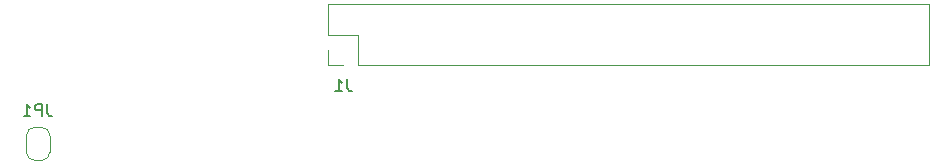
<source format=gbo>
G04 #@! TF.GenerationSoftware,KiCad,Pcbnew,(5.1.10)-1*
G04 #@! TF.CreationDate,2021-12-24T20:30:38+01:00*
G04 #@! TF.ProjectId,pi_power_hat,70695f70-6f77-4657-925f-6861742e6b69,1.0*
G04 #@! TF.SameCoordinates,Original*
G04 #@! TF.FileFunction,Legend,Bot*
G04 #@! TF.FilePolarity,Positive*
%FSLAX46Y46*%
G04 Gerber Fmt 4.6, Leading zero omitted, Abs format (unit mm)*
G04 Created by KiCad (PCBNEW (5.1.10)-1) date 2021-12-24 20:30:38*
%MOMM*%
%LPD*%
G01*
G04 APERTURE LIST*
%ADD10C,0.120000*%
%ADD11C,0.150000*%
%ADD12O,2.102000X4.102000*%
%ADD13O,4.102000X2.102000*%
%ADD14O,1.802000X1.802000*%
%ADD15C,2.802000*%
%ADD16O,1.302000X1.702000*%
%ADD17O,1.302000X1.302000*%
%ADD18C,2.302000*%
%ADD19C,1.902000*%
%ADD20C,0.100000*%
G04 APERTURE END LIST*
D10*
X124572000Y-95838000D02*
X124572000Y-97168000D01*
X124572000Y-97168000D02*
X125902000Y-97168000D01*
X124572000Y-94568000D02*
X127172000Y-94568000D01*
X127172000Y-94568000D02*
X127172000Y-97168000D01*
X127172000Y-97168000D02*
X175492000Y-97168000D01*
X175492000Y-91968000D02*
X175492000Y-97168000D01*
X124572000Y-91968000D02*
X175492000Y-91968000D01*
X124572000Y-91968000D02*
X124572000Y-94568000D01*
X101070000Y-104500000D02*
X101070000Y-103100000D01*
X100370000Y-102400000D02*
X99770000Y-102400000D01*
X99070000Y-103100000D02*
X99070000Y-104500000D01*
X99770000Y-105200000D02*
X100370000Y-105200000D01*
X101070000Y-103100000D02*
G75*
G03*
X100370000Y-102400000I-700000J0D01*
G01*
X99770000Y-102400000D02*
G75*
G03*
X99070000Y-103100000I0J-700000D01*
G01*
X99070000Y-104500000D02*
G75*
G03*
X99770000Y-105200000I700000J0D01*
G01*
X100370000Y-105200000D02*
G75*
G03*
X101070000Y-104500000I0J700000D01*
G01*
D11*
X126228333Y-98339380D02*
X126228333Y-99053666D01*
X126275952Y-99196523D01*
X126371190Y-99291761D01*
X126514047Y-99339380D01*
X126609285Y-99339380D01*
X125228333Y-99339380D02*
X125799761Y-99339380D01*
X125514047Y-99339380D02*
X125514047Y-98339380D01*
X125609285Y-98482238D01*
X125704523Y-98577476D01*
X125799761Y-98625095D01*
X100833333Y-100452380D02*
X100833333Y-101166666D01*
X100880952Y-101309523D01*
X100976190Y-101404761D01*
X101119047Y-101452380D01*
X101214285Y-101452380D01*
X100357142Y-101452380D02*
X100357142Y-100452380D01*
X99976190Y-100452380D01*
X99880952Y-100500000D01*
X99833333Y-100547619D01*
X99785714Y-100642857D01*
X99785714Y-100785714D01*
X99833333Y-100880952D01*
X99880952Y-100928571D01*
X99976190Y-100976190D01*
X100357142Y-100976190D01*
X98833333Y-101452380D02*
X99404761Y-101452380D01*
X99119047Y-101452380D02*
X99119047Y-100452380D01*
X99214285Y-100595238D01*
X99309523Y-100690476D01*
X99404761Y-100738095D01*
%LPC*%
D12*
X104155000Y-110277000D03*
D13*
X99555000Y-107477000D03*
X99555000Y-113577000D03*
G36*
G01*
X173882000Y-100369000D02*
X172182000Y-100369000D01*
G75*
G02*
X172131000Y-100318000I0J51000D01*
G01*
X172131000Y-98618000D01*
G75*
G02*
X172182000Y-98567000I51000J0D01*
G01*
X173882000Y-98567000D01*
G75*
G02*
X173933000Y-98618000I0J-51000D01*
G01*
X173933000Y-100318000D01*
G75*
G02*
X173882000Y-100369000I-51000J0D01*
G01*
G37*
D14*
X175572000Y-99468000D03*
X178112000Y-99468000D03*
X180652000Y-99468000D03*
G36*
G01*
X151600000Y-98549000D02*
X155600000Y-98549000D01*
G75*
G02*
X158151000Y-101100000I0J-2551000D01*
G01*
X158151000Y-101100000D01*
G75*
G02*
X155600000Y-103651000I-2551000J0D01*
G01*
X151600000Y-103651000D01*
G75*
G02*
X149049000Y-101100000I0J2551000D01*
G01*
X149049000Y-101100000D01*
G75*
G02*
X151600000Y-98549000I2551000J0D01*
G01*
G37*
G36*
G01*
X125052000Y-94937000D02*
X126752000Y-94937000D01*
G75*
G02*
X126803000Y-94988000I0J-51000D01*
G01*
X126803000Y-96688000D01*
G75*
G02*
X126752000Y-96739000I-51000J0D01*
G01*
X125052000Y-96739000D01*
G75*
G02*
X125001000Y-96688000I0J51000D01*
G01*
X125001000Y-94988000D01*
G75*
G02*
X125052000Y-94937000I51000J0D01*
G01*
G37*
X125902000Y-93298000D03*
X128442000Y-95838000D03*
X128442000Y-93298000D03*
X130982000Y-95838000D03*
X130982000Y-93298000D03*
X133522000Y-95838000D03*
X133522000Y-93298000D03*
X136062000Y-95838000D03*
X136062000Y-93298000D03*
X138602000Y-95838000D03*
X138602000Y-93298000D03*
X141142000Y-95838000D03*
X141142000Y-93298000D03*
X143682000Y-95838000D03*
X143682000Y-93298000D03*
X146222000Y-95838000D03*
X146222000Y-93298000D03*
X148762000Y-95838000D03*
X148762000Y-93298000D03*
X151302000Y-95838000D03*
X151302000Y-93298000D03*
X153842000Y-95838000D03*
X153842000Y-93298000D03*
X156382000Y-95838000D03*
X156382000Y-93298000D03*
X158922000Y-95838000D03*
X158922000Y-93298000D03*
X161462000Y-95838000D03*
X161462000Y-93298000D03*
X164002000Y-95838000D03*
X164002000Y-93298000D03*
X166542000Y-95838000D03*
X166542000Y-93298000D03*
X169082000Y-95838000D03*
X169082000Y-93298000D03*
X171622000Y-95838000D03*
X171622000Y-93298000D03*
X174162000Y-95838000D03*
X174162000Y-93298000D03*
D15*
X121032000Y-94568000D03*
X179032000Y-94568000D03*
X179032000Y-117568000D03*
X121032000Y-117568000D03*
D16*
X179332000Y-109368000D03*
D17*
X179332000Y-106828000D03*
D14*
X180652000Y-103068000D03*
X178112000Y-103068000D03*
X175572000Y-103068000D03*
G36*
G01*
X173882000Y-103969000D02*
X172182000Y-103969000D01*
G75*
G02*
X172131000Y-103918000I0J51000D01*
G01*
X172131000Y-102218000D01*
G75*
G02*
X172182000Y-102167000I51000J0D01*
G01*
X173882000Y-102167000D01*
G75*
G02*
X173933000Y-102218000I0J-51000D01*
G01*
X173933000Y-103918000D01*
G75*
G02*
X173882000Y-103969000I-51000J0D01*
G01*
G37*
D18*
X108485000Y-117307000D03*
X113485000Y-117307000D03*
D19*
X102740000Y-104550000D03*
X97640000Y-103050000D03*
D20*
G36*
X99269980Y-103940050D02*
G01*
X99272882Y-103930483D01*
X99277595Y-103921666D01*
X99283938Y-103913938D01*
X99291666Y-103907595D01*
X99300483Y-103902882D01*
X99310050Y-103899980D01*
X99320000Y-103899000D01*
X100820000Y-103899000D01*
X100829950Y-103899980D01*
X100839517Y-103902882D01*
X100848334Y-103907595D01*
X100856062Y-103913938D01*
X100862405Y-103921666D01*
X100867118Y-103930483D01*
X100870020Y-103940050D01*
X100871000Y-103950000D01*
X100871000Y-104450000D01*
X100870398Y-104456112D01*
X100870398Y-104474534D01*
X100870152Y-104479533D01*
X100865342Y-104528364D01*
X100864608Y-104533314D01*
X100855036Y-104581439D01*
X100853820Y-104586295D01*
X100839576Y-104633250D01*
X100837890Y-104637961D01*
X100819113Y-104683294D01*
X100816973Y-104687820D01*
X100793842Y-104731093D01*
X100791269Y-104735384D01*
X100764009Y-104776183D01*
X100761027Y-104780204D01*
X100729899Y-104818133D01*
X100726538Y-104821841D01*
X100691841Y-104856538D01*
X100688133Y-104859899D01*
X100650204Y-104891027D01*
X100646183Y-104894009D01*
X100605384Y-104921269D01*
X100601093Y-104923842D01*
X100557820Y-104946973D01*
X100553294Y-104949113D01*
X100507961Y-104967890D01*
X100503250Y-104969576D01*
X100456295Y-104983820D01*
X100451439Y-104985036D01*
X100403314Y-104994608D01*
X100398364Y-104995342D01*
X100349533Y-105000152D01*
X100344534Y-105000398D01*
X100326112Y-105000398D01*
X100320000Y-105001000D01*
X99820000Y-105001000D01*
X99813888Y-105000398D01*
X99795466Y-105000398D01*
X99790467Y-105000152D01*
X99741636Y-104995342D01*
X99736686Y-104994608D01*
X99688561Y-104985036D01*
X99683705Y-104983820D01*
X99636750Y-104969576D01*
X99632039Y-104967890D01*
X99586706Y-104949113D01*
X99582180Y-104946973D01*
X99538907Y-104923842D01*
X99534616Y-104921269D01*
X99493817Y-104894009D01*
X99489796Y-104891027D01*
X99451867Y-104859899D01*
X99448159Y-104856538D01*
X99413462Y-104821841D01*
X99410101Y-104818133D01*
X99378973Y-104780204D01*
X99375991Y-104776183D01*
X99348731Y-104735384D01*
X99346158Y-104731093D01*
X99323027Y-104687820D01*
X99320887Y-104683294D01*
X99302110Y-104637961D01*
X99300424Y-104633250D01*
X99286180Y-104586295D01*
X99284964Y-104581439D01*
X99275392Y-104533314D01*
X99274658Y-104528364D01*
X99269848Y-104479533D01*
X99269602Y-104474534D01*
X99269602Y-104456112D01*
X99269000Y-104450000D01*
X99269000Y-103950000D01*
X99269980Y-103940050D01*
G37*
G36*
X99269602Y-103143888D02*
G01*
X99269602Y-103125466D01*
X99269848Y-103120467D01*
X99274658Y-103071636D01*
X99275392Y-103066686D01*
X99284964Y-103018561D01*
X99286180Y-103013705D01*
X99300424Y-102966750D01*
X99302110Y-102962039D01*
X99320887Y-102916706D01*
X99323027Y-102912180D01*
X99346158Y-102868907D01*
X99348731Y-102864616D01*
X99375991Y-102823817D01*
X99378973Y-102819796D01*
X99410101Y-102781867D01*
X99413462Y-102778159D01*
X99448159Y-102743462D01*
X99451867Y-102740101D01*
X99489796Y-102708973D01*
X99493817Y-102705991D01*
X99534616Y-102678731D01*
X99538907Y-102676158D01*
X99582180Y-102653027D01*
X99586706Y-102650887D01*
X99632039Y-102632110D01*
X99636750Y-102630424D01*
X99683705Y-102616180D01*
X99688561Y-102614964D01*
X99736686Y-102605392D01*
X99741636Y-102604658D01*
X99790467Y-102599848D01*
X99795466Y-102599602D01*
X99813888Y-102599602D01*
X99820000Y-102599000D01*
X100320000Y-102599000D01*
X100326112Y-102599602D01*
X100344534Y-102599602D01*
X100349533Y-102599848D01*
X100398364Y-102604658D01*
X100403314Y-102605392D01*
X100451439Y-102614964D01*
X100456295Y-102616180D01*
X100503250Y-102630424D01*
X100507961Y-102632110D01*
X100553294Y-102650887D01*
X100557820Y-102653027D01*
X100601093Y-102676158D01*
X100605384Y-102678731D01*
X100646183Y-102705991D01*
X100650204Y-102708973D01*
X100688133Y-102740101D01*
X100691841Y-102743462D01*
X100726538Y-102778159D01*
X100729899Y-102781867D01*
X100761027Y-102819796D01*
X100764009Y-102823817D01*
X100791269Y-102864616D01*
X100793842Y-102868907D01*
X100816973Y-102912180D01*
X100819113Y-102916706D01*
X100837890Y-102962039D01*
X100839576Y-102966750D01*
X100853820Y-103013705D01*
X100855036Y-103018561D01*
X100864608Y-103066686D01*
X100865342Y-103071636D01*
X100870152Y-103120467D01*
X100870398Y-103125466D01*
X100870398Y-103143888D01*
X100871000Y-103150000D01*
X100871000Y-103650000D01*
X100870020Y-103659950D01*
X100867118Y-103669517D01*
X100862405Y-103678334D01*
X100856062Y-103686062D01*
X100848334Y-103692405D01*
X100839517Y-103697118D01*
X100829950Y-103700020D01*
X100820000Y-103701000D01*
X99320000Y-103701000D01*
X99310050Y-103700020D01*
X99300483Y-103697118D01*
X99291666Y-103692405D01*
X99283938Y-103686062D01*
X99277595Y-103678334D01*
X99272882Y-103669517D01*
X99269980Y-103659950D01*
X99269000Y-103650000D01*
X99269000Y-103150000D01*
X99269602Y-103143888D01*
G37*
M02*

</source>
